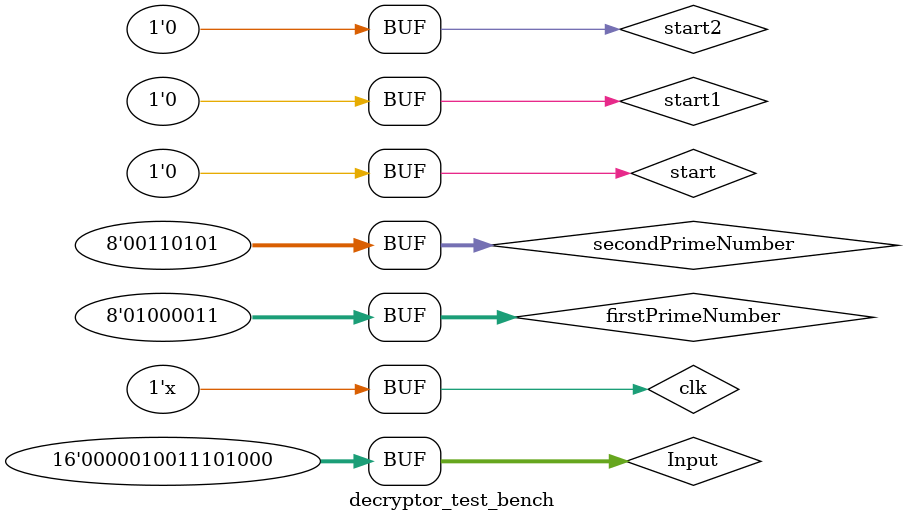
<source format=v>
`timescale 1ns / 1ps
module decryptor_test_bench;

	// Inputs
	reg [15:0] Input;
	//reg InstructionSelector;
	reg [7:0] firstPrimeNumber;
	reg [7:0] secondPrimeNumber;
	reg clk;
	reg start;
	reg start1;
	reg start2;

	// Outputs
	wire [7:0] encryptionKey;
	wire [15:0] n;
	wire [15:0] Output;
	wire [15:0] decryptionKey;
	wire finish;
	wire fin1;

	// Instantiate the Unit Under Test (UUT)
	Main #(.InstructionSelector(0)) uut (
		
		.Input(Input), 
		.firstPrimeNumber(firstPrimeNumber), 
		.secondPrimeNumber(secondPrimeNumber), 
		.clk(clk), 
		.start(start), 
		.start1(start1), 
		.start2(start2), 
		.encryptionKey(encryptionKey), 
		.n(n), 
		.Output(Output), 
		.decryptionKey(decryptionKey), 
		.finish(finish), 
		.fin1(fin1)
		);

	initial begin
		// Initialize Inputs
		Input = 0;
		firstPrimeNumber = 0;
		secondPrimeNumber = 0;
		clk = 0;
		start = 0;
		start1 = 0;
		start2 = 0;

		#10;
      Input = 1256;
		firstPrimeNumber = 67;
		secondPrimeNumber = 53;
		#10;
		start = 1;
		#5;
		start=0;
		#40;
		start1=1;
		#10;
		start1=0;
		#30;
		start2=1;
		#10;start2=0;

	end
      always #0.1 clk=!clk;
      
endmodule




</source>
